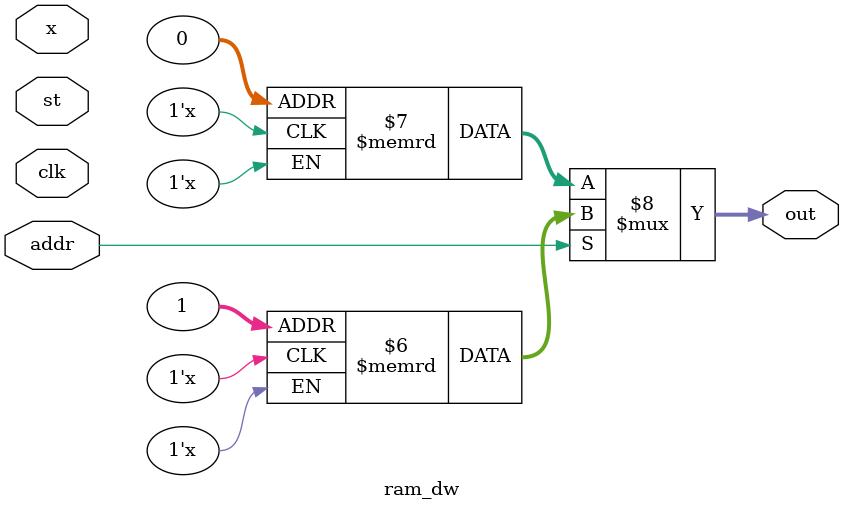
<source format=sv>
module ram_dw #(
    parameter int WIDTH = 16
) (
    input logic clk,
    input logic addr,
    input logic st,
    input logic [WIDTH - 1:0] x,
    output logic [WIDTH - 1:0] out
);

  logic [WIDTH - 1 : 0] rout[2];
  logic [1:0] sel;

  regst #(
      .WIDTH(WIDTH)
  ) r0 (
      .clk(clk),
      .st (sel[0]),
      .d  (x),
      .out(rout[0])
  );

  regst #(
      .WIDTH(WIDTH)
  ) r1 (
      .clk(clk),
      .st (sel[1]),
      .d  (x),
      .out(rout[1])
  );

  assign sel[0] = !addr && st;
  assign sel[1] = addr && st;
  assign out = addr ? rout[1] : rout[0];
endmodule


</source>
